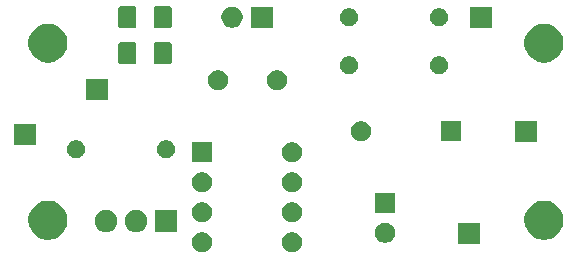
<source format=gbr>
%TF.GenerationSoftware,KiCad,Pcbnew,(5.1.5)-3*%
%TF.CreationDate,2020-04-15T21:14:40+02:00*%
%TF.ProjectId,NE555,4e453535-352e-46b6-9963-61645f706362,v1.1*%
%TF.SameCoordinates,Original*%
%TF.FileFunction,Soldermask,Top*%
%TF.FilePolarity,Negative*%
%FSLAX46Y46*%
G04 Gerber Fmt 4.6, Leading zero omitted, Abs format (unit mm)*
G04 Created by KiCad (PCBNEW (5.1.5)-3) date 2020-04-15 21:14:40*
%MOMM*%
%LPD*%
G04 APERTURE LIST*
%ADD10C,0.100000*%
G04 APERTURE END LIST*
D10*
G36*
X105912228Y-117037703D02*
G01*
X106067100Y-117101853D01*
X106206481Y-117194985D01*
X106325015Y-117313519D01*
X106418147Y-117452900D01*
X106482297Y-117607772D01*
X106515000Y-117772184D01*
X106515000Y-117939816D01*
X106482297Y-118104228D01*
X106418147Y-118259100D01*
X106325015Y-118398481D01*
X106206481Y-118517015D01*
X106067100Y-118610147D01*
X105912228Y-118674297D01*
X105747816Y-118707000D01*
X105580184Y-118707000D01*
X105415772Y-118674297D01*
X105260900Y-118610147D01*
X105121519Y-118517015D01*
X105002985Y-118398481D01*
X104909853Y-118259100D01*
X104845703Y-118104228D01*
X104813000Y-117939816D01*
X104813000Y-117772184D01*
X104845703Y-117607772D01*
X104909853Y-117452900D01*
X105002985Y-117313519D01*
X105121519Y-117194985D01*
X105260900Y-117101853D01*
X105415772Y-117037703D01*
X105580184Y-117005000D01*
X105747816Y-117005000D01*
X105912228Y-117037703D01*
G37*
G36*
X98292228Y-117037703D02*
G01*
X98447100Y-117101853D01*
X98586481Y-117194985D01*
X98705015Y-117313519D01*
X98798147Y-117452900D01*
X98862297Y-117607772D01*
X98895000Y-117772184D01*
X98895000Y-117939816D01*
X98862297Y-118104228D01*
X98798147Y-118259100D01*
X98705015Y-118398481D01*
X98586481Y-118517015D01*
X98447100Y-118610147D01*
X98292228Y-118674297D01*
X98127816Y-118707000D01*
X97960184Y-118707000D01*
X97795772Y-118674297D01*
X97640900Y-118610147D01*
X97501519Y-118517015D01*
X97382985Y-118398481D01*
X97289853Y-118259100D01*
X97225703Y-118104228D01*
X97193000Y-117939816D01*
X97193000Y-117772184D01*
X97225703Y-117607772D01*
X97289853Y-117452900D01*
X97382985Y-117313519D01*
X97501519Y-117194985D01*
X97640900Y-117101853D01*
X97795772Y-117037703D01*
X97960184Y-117005000D01*
X98127816Y-117005000D01*
X98292228Y-117037703D01*
G37*
G36*
X121551000Y-117995000D02*
G01*
X119749000Y-117995000D01*
X119749000Y-116193000D01*
X121551000Y-116193000D01*
X121551000Y-117995000D01*
G37*
G36*
X113786228Y-116235703D02*
G01*
X113941100Y-116299853D01*
X114080481Y-116392985D01*
X114199015Y-116511519D01*
X114292147Y-116650900D01*
X114356297Y-116805772D01*
X114389000Y-116970184D01*
X114389000Y-117137816D01*
X114356297Y-117302228D01*
X114292147Y-117457100D01*
X114199015Y-117596481D01*
X114080481Y-117715015D01*
X113941100Y-117808147D01*
X113786228Y-117872297D01*
X113621816Y-117905000D01*
X113454184Y-117905000D01*
X113289772Y-117872297D01*
X113134900Y-117808147D01*
X112995519Y-117715015D01*
X112876985Y-117596481D01*
X112783853Y-117457100D01*
X112719703Y-117302228D01*
X112687000Y-117137816D01*
X112687000Y-116970184D01*
X112719703Y-116805772D01*
X112783853Y-116650900D01*
X112876985Y-116511519D01*
X112995519Y-116392985D01*
X113134900Y-116299853D01*
X113289772Y-116235703D01*
X113454184Y-116203000D01*
X113621816Y-116203000D01*
X113786228Y-116235703D01*
G37*
G36*
X85375256Y-114391298D02*
G01*
X85481579Y-114412447D01*
X85782042Y-114536903D01*
X86052451Y-114717585D01*
X86282415Y-114947549D01*
X86463097Y-115217958D01*
X86463098Y-115217960D01*
X86499550Y-115305963D01*
X86587553Y-115518421D01*
X86596665Y-115564229D01*
X86651000Y-115837389D01*
X86651000Y-116162611D01*
X86623701Y-116299852D01*
X86587553Y-116481579D01*
X86463097Y-116782042D01*
X86282415Y-117052451D01*
X86052451Y-117282415D01*
X85782042Y-117463097D01*
X85481579Y-117587553D01*
X85379936Y-117607771D01*
X85162611Y-117651000D01*
X84837389Y-117651000D01*
X84620064Y-117607771D01*
X84518421Y-117587553D01*
X84217958Y-117463097D01*
X83947549Y-117282415D01*
X83717585Y-117052451D01*
X83536903Y-116782042D01*
X83412447Y-116481579D01*
X83376299Y-116299852D01*
X83349000Y-116162611D01*
X83349000Y-115837389D01*
X83403335Y-115564229D01*
X83412447Y-115518421D01*
X83500450Y-115305963D01*
X83536902Y-115217960D01*
X83536903Y-115217958D01*
X83717585Y-114947549D01*
X83947549Y-114717585D01*
X84217958Y-114536903D01*
X84518421Y-114412447D01*
X84624744Y-114391298D01*
X84837389Y-114349000D01*
X85162611Y-114349000D01*
X85375256Y-114391298D01*
G37*
G36*
X127375256Y-114391298D02*
G01*
X127481579Y-114412447D01*
X127782042Y-114536903D01*
X128052451Y-114717585D01*
X128282415Y-114947549D01*
X128463097Y-115217958D01*
X128463098Y-115217960D01*
X128499550Y-115305963D01*
X128587553Y-115518421D01*
X128596665Y-115564229D01*
X128651000Y-115837389D01*
X128651000Y-116162611D01*
X128623701Y-116299852D01*
X128587553Y-116481579D01*
X128463097Y-116782042D01*
X128282415Y-117052451D01*
X128052451Y-117282415D01*
X127782042Y-117463097D01*
X127481579Y-117587553D01*
X127379936Y-117607771D01*
X127162611Y-117651000D01*
X126837389Y-117651000D01*
X126620064Y-117607771D01*
X126518421Y-117587553D01*
X126217958Y-117463097D01*
X125947549Y-117282415D01*
X125717585Y-117052451D01*
X125536903Y-116782042D01*
X125412447Y-116481579D01*
X125376299Y-116299852D01*
X125349000Y-116162611D01*
X125349000Y-115837389D01*
X125403335Y-115564229D01*
X125412447Y-115518421D01*
X125500450Y-115305963D01*
X125536902Y-115217960D01*
X125536903Y-115217958D01*
X125717585Y-114947549D01*
X125947549Y-114717585D01*
X126217958Y-114536903D01*
X126518421Y-114412447D01*
X126624744Y-114391298D01*
X126837389Y-114349000D01*
X127162611Y-114349000D01*
X127375256Y-114391298D01*
G37*
G36*
X95947000Y-117029000D02*
G01*
X94045000Y-117029000D01*
X94045000Y-115127000D01*
X95947000Y-115127000D01*
X95947000Y-117029000D01*
G37*
G36*
X92733395Y-115163546D02*
G01*
X92906466Y-115235234D01*
X92906467Y-115235235D01*
X93062227Y-115339310D01*
X93194690Y-115471773D01*
X93194691Y-115471775D01*
X93298766Y-115627534D01*
X93370454Y-115800605D01*
X93407000Y-115984333D01*
X93407000Y-116171667D01*
X93370454Y-116355395D01*
X93298766Y-116528466D01*
X93298765Y-116528467D01*
X93194690Y-116684227D01*
X93062227Y-116816690D01*
X92983818Y-116869081D01*
X92906466Y-116920766D01*
X92733395Y-116992454D01*
X92549667Y-117029000D01*
X92362333Y-117029000D01*
X92178605Y-116992454D01*
X92005534Y-116920766D01*
X91928182Y-116869081D01*
X91849773Y-116816690D01*
X91717310Y-116684227D01*
X91613235Y-116528467D01*
X91613234Y-116528466D01*
X91541546Y-116355395D01*
X91505000Y-116171667D01*
X91505000Y-115984333D01*
X91541546Y-115800605D01*
X91613234Y-115627534D01*
X91717309Y-115471775D01*
X91717310Y-115471773D01*
X91849773Y-115339310D01*
X92005533Y-115235235D01*
X92005534Y-115235234D01*
X92178605Y-115163546D01*
X92362333Y-115127000D01*
X92549667Y-115127000D01*
X92733395Y-115163546D01*
G37*
G36*
X90193395Y-115163546D02*
G01*
X90366466Y-115235234D01*
X90366467Y-115235235D01*
X90522227Y-115339310D01*
X90654690Y-115471773D01*
X90654691Y-115471775D01*
X90758766Y-115627534D01*
X90830454Y-115800605D01*
X90867000Y-115984333D01*
X90867000Y-116171667D01*
X90830454Y-116355395D01*
X90758766Y-116528466D01*
X90758765Y-116528467D01*
X90654690Y-116684227D01*
X90522227Y-116816690D01*
X90443818Y-116869081D01*
X90366466Y-116920766D01*
X90193395Y-116992454D01*
X90009667Y-117029000D01*
X89822333Y-117029000D01*
X89638605Y-116992454D01*
X89465534Y-116920766D01*
X89388182Y-116869081D01*
X89309773Y-116816690D01*
X89177310Y-116684227D01*
X89073235Y-116528467D01*
X89073234Y-116528466D01*
X89001546Y-116355395D01*
X88965000Y-116171667D01*
X88965000Y-115984333D01*
X89001546Y-115800605D01*
X89073234Y-115627534D01*
X89177309Y-115471775D01*
X89177310Y-115471773D01*
X89309773Y-115339310D01*
X89465533Y-115235235D01*
X89465534Y-115235234D01*
X89638605Y-115163546D01*
X89822333Y-115127000D01*
X90009667Y-115127000D01*
X90193395Y-115163546D01*
G37*
G36*
X98292228Y-114497703D02*
G01*
X98447100Y-114561853D01*
X98586481Y-114654985D01*
X98705015Y-114773519D01*
X98798147Y-114912900D01*
X98862297Y-115067772D01*
X98895000Y-115232184D01*
X98895000Y-115399816D01*
X98862297Y-115564228D01*
X98798147Y-115719100D01*
X98705015Y-115858481D01*
X98586481Y-115977015D01*
X98447100Y-116070147D01*
X98292228Y-116134297D01*
X98127816Y-116167000D01*
X97960184Y-116167000D01*
X97795772Y-116134297D01*
X97640900Y-116070147D01*
X97501519Y-115977015D01*
X97382985Y-115858481D01*
X97289853Y-115719100D01*
X97225703Y-115564228D01*
X97193000Y-115399816D01*
X97193000Y-115232184D01*
X97225703Y-115067772D01*
X97289853Y-114912900D01*
X97382985Y-114773519D01*
X97501519Y-114654985D01*
X97640900Y-114561853D01*
X97795772Y-114497703D01*
X97960184Y-114465000D01*
X98127816Y-114465000D01*
X98292228Y-114497703D01*
G37*
G36*
X105912228Y-114497703D02*
G01*
X106067100Y-114561853D01*
X106206481Y-114654985D01*
X106325015Y-114773519D01*
X106418147Y-114912900D01*
X106482297Y-115067772D01*
X106515000Y-115232184D01*
X106515000Y-115399816D01*
X106482297Y-115564228D01*
X106418147Y-115719100D01*
X106325015Y-115858481D01*
X106206481Y-115977015D01*
X106067100Y-116070147D01*
X105912228Y-116134297D01*
X105747816Y-116167000D01*
X105580184Y-116167000D01*
X105415772Y-116134297D01*
X105260900Y-116070147D01*
X105121519Y-115977015D01*
X105002985Y-115858481D01*
X104909853Y-115719100D01*
X104845703Y-115564228D01*
X104813000Y-115399816D01*
X104813000Y-115232184D01*
X104845703Y-115067772D01*
X104909853Y-114912900D01*
X105002985Y-114773519D01*
X105121519Y-114654985D01*
X105260900Y-114561853D01*
X105415772Y-114497703D01*
X105580184Y-114465000D01*
X105747816Y-114465000D01*
X105912228Y-114497703D01*
G37*
G36*
X114389000Y-115405000D02*
G01*
X112687000Y-115405000D01*
X112687000Y-113703000D01*
X114389000Y-113703000D01*
X114389000Y-115405000D01*
G37*
G36*
X105912228Y-111957703D02*
G01*
X106067100Y-112021853D01*
X106206481Y-112114985D01*
X106325015Y-112233519D01*
X106418147Y-112372900D01*
X106482297Y-112527772D01*
X106515000Y-112692184D01*
X106515000Y-112859816D01*
X106482297Y-113024228D01*
X106418147Y-113179100D01*
X106325015Y-113318481D01*
X106206481Y-113437015D01*
X106067100Y-113530147D01*
X105912228Y-113594297D01*
X105747816Y-113627000D01*
X105580184Y-113627000D01*
X105415772Y-113594297D01*
X105260900Y-113530147D01*
X105121519Y-113437015D01*
X105002985Y-113318481D01*
X104909853Y-113179100D01*
X104845703Y-113024228D01*
X104813000Y-112859816D01*
X104813000Y-112692184D01*
X104845703Y-112527772D01*
X104909853Y-112372900D01*
X105002985Y-112233519D01*
X105121519Y-112114985D01*
X105260900Y-112021853D01*
X105415772Y-111957703D01*
X105580184Y-111925000D01*
X105747816Y-111925000D01*
X105912228Y-111957703D01*
G37*
G36*
X98292228Y-111957703D02*
G01*
X98447100Y-112021853D01*
X98586481Y-112114985D01*
X98705015Y-112233519D01*
X98798147Y-112372900D01*
X98862297Y-112527772D01*
X98895000Y-112692184D01*
X98895000Y-112859816D01*
X98862297Y-113024228D01*
X98798147Y-113179100D01*
X98705015Y-113318481D01*
X98586481Y-113437015D01*
X98447100Y-113530147D01*
X98292228Y-113594297D01*
X98127816Y-113627000D01*
X97960184Y-113627000D01*
X97795772Y-113594297D01*
X97640900Y-113530147D01*
X97501519Y-113437015D01*
X97382985Y-113318481D01*
X97289853Y-113179100D01*
X97225703Y-113024228D01*
X97193000Y-112859816D01*
X97193000Y-112692184D01*
X97225703Y-112527772D01*
X97289853Y-112372900D01*
X97382985Y-112233519D01*
X97501519Y-112114985D01*
X97640900Y-112021853D01*
X97795772Y-111957703D01*
X97960184Y-111925000D01*
X98127816Y-111925000D01*
X98292228Y-111957703D01*
G37*
G36*
X98895000Y-111087000D02*
G01*
X97193000Y-111087000D01*
X97193000Y-109385000D01*
X98895000Y-109385000D01*
X98895000Y-111087000D01*
G37*
G36*
X105912228Y-109417703D02*
G01*
X106067100Y-109481853D01*
X106206481Y-109574985D01*
X106325015Y-109693519D01*
X106418147Y-109832900D01*
X106482297Y-109987772D01*
X106515000Y-110152184D01*
X106515000Y-110319816D01*
X106482297Y-110484228D01*
X106418147Y-110639100D01*
X106325015Y-110778481D01*
X106206481Y-110897015D01*
X106067100Y-110990147D01*
X105912228Y-111054297D01*
X105747816Y-111087000D01*
X105580184Y-111087000D01*
X105415772Y-111054297D01*
X105260900Y-110990147D01*
X105121519Y-110897015D01*
X105002985Y-110778481D01*
X104909853Y-110639100D01*
X104845703Y-110484228D01*
X104813000Y-110319816D01*
X104813000Y-110152184D01*
X104845703Y-109987772D01*
X104909853Y-109832900D01*
X105002985Y-109693519D01*
X105121519Y-109574985D01*
X105260900Y-109481853D01*
X105415772Y-109417703D01*
X105580184Y-109385000D01*
X105747816Y-109385000D01*
X105912228Y-109417703D01*
G37*
G36*
X95215059Y-109259860D02*
G01*
X95254737Y-109276295D01*
X95351732Y-109316472D01*
X95474735Y-109398660D01*
X95579340Y-109503265D01*
X95661528Y-109626268D01*
X95661529Y-109626270D01*
X95718140Y-109762941D01*
X95747000Y-109908032D01*
X95747000Y-110055968D01*
X95718140Y-110201059D01*
X95668950Y-110319815D01*
X95661528Y-110337732D01*
X95579340Y-110460735D01*
X95474735Y-110565340D01*
X95351732Y-110647528D01*
X95351731Y-110647529D01*
X95351730Y-110647529D01*
X95215059Y-110704140D01*
X95069968Y-110733000D01*
X94922032Y-110733000D01*
X94776941Y-110704140D01*
X94640270Y-110647529D01*
X94640269Y-110647529D01*
X94640268Y-110647528D01*
X94517265Y-110565340D01*
X94412660Y-110460735D01*
X94330472Y-110337732D01*
X94323051Y-110319815D01*
X94273860Y-110201059D01*
X94245000Y-110055968D01*
X94245000Y-109908032D01*
X94273860Y-109762941D01*
X94330471Y-109626270D01*
X94330472Y-109626268D01*
X94412660Y-109503265D01*
X94517265Y-109398660D01*
X94640268Y-109316472D01*
X94737264Y-109276295D01*
X94776941Y-109259860D01*
X94922032Y-109231000D01*
X95069968Y-109231000D01*
X95215059Y-109259860D01*
G37*
G36*
X87595059Y-109259860D02*
G01*
X87634737Y-109276295D01*
X87731732Y-109316472D01*
X87854735Y-109398660D01*
X87959340Y-109503265D01*
X88041528Y-109626268D01*
X88041529Y-109626270D01*
X88098140Y-109762941D01*
X88127000Y-109908032D01*
X88127000Y-110055968D01*
X88098140Y-110201059D01*
X88048950Y-110319815D01*
X88041528Y-110337732D01*
X87959340Y-110460735D01*
X87854735Y-110565340D01*
X87731732Y-110647528D01*
X87731731Y-110647529D01*
X87731730Y-110647529D01*
X87595059Y-110704140D01*
X87449968Y-110733000D01*
X87302032Y-110733000D01*
X87156941Y-110704140D01*
X87020270Y-110647529D01*
X87020269Y-110647529D01*
X87020268Y-110647528D01*
X86897265Y-110565340D01*
X86792660Y-110460735D01*
X86710472Y-110337732D01*
X86703051Y-110319815D01*
X86653860Y-110201059D01*
X86625000Y-110055968D01*
X86625000Y-109908032D01*
X86653860Y-109762941D01*
X86710471Y-109626270D01*
X86710472Y-109626268D01*
X86792660Y-109503265D01*
X86897265Y-109398660D01*
X87020268Y-109316472D01*
X87117264Y-109276295D01*
X87156941Y-109259860D01*
X87302032Y-109231000D01*
X87449968Y-109231000D01*
X87595059Y-109259860D01*
G37*
G36*
X83959000Y-109613000D02*
G01*
X82157000Y-109613000D01*
X82157000Y-107811000D01*
X83959000Y-107811000D01*
X83959000Y-109613000D01*
G37*
G36*
X126377000Y-109359000D02*
G01*
X124575000Y-109359000D01*
X124575000Y-107557000D01*
X126377000Y-107557000D01*
X126377000Y-109359000D01*
G37*
G36*
X119977000Y-109309000D02*
G01*
X118275000Y-109309000D01*
X118275000Y-107607000D01*
X119977000Y-107607000D01*
X119977000Y-109309000D01*
G37*
G36*
X111754228Y-107639703D02*
G01*
X111909100Y-107703853D01*
X112048481Y-107796985D01*
X112167015Y-107915519D01*
X112260147Y-108054900D01*
X112324297Y-108209772D01*
X112357000Y-108374184D01*
X112357000Y-108541816D01*
X112324297Y-108706228D01*
X112260147Y-108861100D01*
X112167015Y-109000481D01*
X112048481Y-109119015D01*
X111909100Y-109212147D01*
X111754228Y-109276297D01*
X111589816Y-109309000D01*
X111422184Y-109309000D01*
X111257772Y-109276297D01*
X111102900Y-109212147D01*
X110963519Y-109119015D01*
X110844985Y-109000481D01*
X110751853Y-108861100D01*
X110687703Y-108706228D01*
X110655000Y-108541816D01*
X110655000Y-108374184D01*
X110687703Y-108209772D01*
X110751853Y-108054900D01*
X110844985Y-107915519D01*
X110963519Y-107796985D01*
X111102900Y-107703853D01*
X111257772Y-107639703D01*
X111422184Y-107607000D01*
X111589816Y-107607000D01*
X111754228Y-107639703D01*
G37*
G36*
X90055000Y-105803000D02*
G01*
X88253000Y-105803000D01*
X88253000Y-104001000D01*
X90055000Y-104001000D01*
X90055000Y-105803000D01*
G37*
G36*
X104642228Y-103321703D02*
G01*
X104797100Y-103385853D01*
X104936481Y-103478985D01*
X105055015Y-103597519D01*
X105148147Y-103736900D01*
X105212297Y-103891772D01*
X105245000Y-104056184D01*
X105245000Y-104223816D01*
X105212297Y-104388228D01*
X105148147Y-104543100D01*
X105055015Y-104682481D01*
X104936481Y-104801015D01*
X104797100Y-104894147D01*
X104642228Y-104958297D01*
X104477816Y-104991000D01*
X104310184Y-104991000D01*
X104145772Y-104958297D01*
X103990900Y-104894147D01*
X103851519Y-104801015D01*
X103732985Y-104682481D01*
X103639853Y-104543100D01*
X103575703Y-104388228D01*
X103543000Y-104223816D01*
X103543000Y-104056184D01*
X103575703Y-103891772D01*
X103639853Y-103736900D01*
X103732985Y-103597519D01*
X103851519Y-103478985D01*
X103990900Y-103385853D01*
X104145772Y-103321703D01*
X104310184Y-103289000D01*
X104477816Y-103289000D01*
X104642228Y-103321703D01*
G37*
G36*
X99642228Y-103321703D02*
G01*
X99797100Y-103385853D01*
X99936481Y-103478985D01*
X100055015Y-103597519D01*
X100148147Y-103736900D01*
X100212297Y-103891772D01*
X100245000Y-104056184D01*
X100245000Y-104223816D01*
X100212297Y-104388228D01*
X100148147Y-104543100D01*
X100055015Y-104682481D01*
X99936481Y-104801015D01*
X99797100Y-104894147D01*
X99642228Y-104958297D01*
X99477816Y-104991000D01*
X99310184Y-104991000D01*
X99145772Y-104958297D01*
X98990900Y-104894147D01*
X98851519Y-104801015D01*
X98732985Y-104682481D01*
X98639853Y-104543100D01*
X98575703Y-104388228D01*
X98543000Y-104223816D01*
X98543000Y-104056184D01*
X98575703Y-103891772D01*
X98639853Y-103736900D01*
X98732985Y-103597519D01*
X98851519Y-103478985D01*
X98990900Y-103385853D01*
X99145772Y-103321703D01*
X99310184Y-103289000D01*
X99477816Y-103289000D01*
X99642228Y-103321703D01*
G37*
G36*
X110709059Y-102147860D02*
G01*
X110845732Y-102204472D01*
X110968735Y-102286660D01*
X111073340Y-102391265D01*
X111155528Y-102514268D01*
X111155529Y-102514270D01*
X111212140Y-102650941D01*
X111221235Y-102696663D01*
X111241000Y-102796033D01*
X111241000Y-102943967D01*
X111212140Y-103089059D01*
X111155528Y-103225732D01*
X111073340Y-103348735D01*
X110968735Y-103453340D01*
X110845732Y-103535528D01*
X110845731Y-103535529D01*
X110845730Y-103535529D01*
X110709059Y-103592140D01*
X110563968Y-103621000D01*
X110416032Y-103621000D01*
X110270941Y-103592140D01*
X110134270Y-103535529D01*
X110134269Y-103535529D01*
X110134268Y-103535528D01*
X110011265Y-103453340D01*
X109906660Y-103348735D01*
X109824472Y-103225732D01*
X109767860Y-103089059D01*
X109739000Y-102943967D01*
X109739000Y-102796033D01*
X109758766Y-102696663D01*
X109767860Y-102650941D01*
X109824471Y-102514270D01*
X109824472Y-102514268D01*
X109906660Y-102391265D01*
X110011265Y-102286660D01*
X110134268Y-102204472D01*
X110270941Y-102147860D01*
X110416032Y-102119000D01*
X110563968Y-102119000D01*
X110709059Y-102147860D01*
G37*
G36*
X118329059Y-102147860D02*
G01*
X118465732Y-102204472D01*
X118588735Y-102286660D01*
X118693340Y-102391265D01*
X118775528Y-102514268D01*
X118775529Y-102514270D01*
X118832140Y-102650941D01*
X118841235Y-102696663D01*
X118861000Y-102796033D01*
X118861000Y-102943967D01*
X118832140Y-103089059D01*
X118775528Y-103225732D01*
X118693340Y-103348735D01*
X118588735Y-103453340D01*
X118465732Y-103535528D01*
X118465731Y-103535529D01*
X118465730Y-103535529D01*
X118329059Y-103592140D01*
X118183968Y-103621000D01*
X118036032Y-103621000D01*
X117890941Y-103592140D01*
X117754270Y-103535529D01*
X117754269Y-103535529D01*
X117754268Y-103535528D01*
X117631265Y-103453340D01*
X117526660Y-103348735D01*
X117444472Y-103225732D01*
X117387860Y-103089059D01*
X117359000Y-102943967D01*
X117359000Y-102796033D01*
X117378766Y-102696663D01*
X117387860Y-102650941D01*
X117444471Y-102514270D01*
X117444472Y-102514268D01*
X117526660Y-102391265D01*
X117631265Y-102286660D01*
X117754268Y-102204472D01*
X117890941Y-102147860D01*
X118036032Y-102119000D01*
X118183968Y-102119000D01*
X118329059Y-102147860D01*
G37*
G36*
X95318562Y-100932181D02*
G01*
X95353481Y-100942774D01*
X95385663Y-100959976D01*
X95413873Y-100983127D01*
X95437024Y-101011337D01*
X95454226Y-101043519D01*
X95464819Y-101078438D01*
X95469000Y-101120895D01*
X95469000Y-102587105D01*
X95464819Y-102629562D01*
X95454226Y-102664481D01*
X95437024Y-102696663D01*
X95413873Y-102724873D01*
X95385663Y-102748024D01*
X95353481Y-102765226D01*
X95318562Y-102775819D01*
X95276105Y-102780000D01*
X94134895Y-102780000D01*
X94092438Y-102775819D01*
X94057519Y-102765226D01*
X94025337Y-102748024D01*
X93997127Y-102724873D01*
X93973976Y-102696663D01*
X93956774Y-102664481D01*
X93946181Y-102629562D01*
X93942000Y-102587105D01*
X93942000Y-101120895D01*
X93946181Y-101078438D01*
X93956774Y-101043519D01*
X93973976Y-101011337D01*
X93997127Y-100983127D01*
X94025337Y-100959976D01*
X94057519Y-100942774D01*
X94092438Y-100932181D01*
X94134895Y-100928000D01*
X95276105Y-100928000D01*
X95318562Y-100932181D01*
G37*
G36*
X92343562Y-100932181D02*
G01*
X92378481Y-100942774D01*
X92410663Y-100959976D01*
X92438873Y-100983127D01*
X92462024Y-101011337D01*
X92479226Y-101043519D01*
X92489819Y-101078438D01*
X92494000Y-101120895D01*
X92494000Y-102587105D01*
X92489819Y-102629562D01*
X92479226Y-102664481D01*
X92462024Y-102696663D01*
X92438873Y-102724873D01*
X92410663Y-102748024D01*
X92378481Y-102765226D01*
X92343562Y-102775819D01*
X92301105Y-102780000D01*
X91159895Y-102780000D01*
X91117438Y-102775819D01*
X91082519Y-102765226D01*
X91050337Y-102748024D01*
X91022127Y-102724873D01*
X90998976Y-102696663D01*
X90981774Y-102664481D01*
X90971181Y-102629562D01*
X90967000Y-102587105D01*
X90967000Y-101120895D01*
X90971181Y-101078438D01*
X90981774Y-101043519D01*
X90998976Y-101011337D01*
X91022127Y-100983127D01*
X91050337Y-100959976D01*
X91082519Y-100942774D01*
X91117438Y-100932181D01*
X91159895Y-100928000D01*
X92301105Y-100928000D01*
X92343562Y-100932181D01*
G37*
G36*
X85365412Y-99389340D02*
G01*
X85481579Y-99412447D01*
X85606292Y-99464105D01*
X85760887Y-99528140D01*
X85782042Y-99536903D01*
X86052451Y-99717585D01*
X86282415Y-99947549D01*
X86463097Y-100217958D01*
X86587553Y-100518421D01*
X86651000Y-100837391D01*
X86651000Y-101162609D01*
X86587553Y-101481579D01*
X86463097Y-101782042D01*
X86282415Y-102052451D01*
X86052451Y-102282415D01*
X85782042Y-102463097D01*
X85481579Y-102587553D01*
X85375256Y-102608702D01*
X85162611Y-102651000D01*
X84837389Y-102651000D01*
X84624744Y-102608702D01*
X84518421Y-102587553D01*
X84217958Y-102463097D01*
X83947549Y-102282415D01*
X83717585Y-102052451D01*
X83536903Y-101782042D01*
X83412447Y-101481579D01*
X83349000Y-101162609D01*
X83349000Y-100837391D01*
X83412447Y-100518421D01*
X83536903Y-100217958D01*
X83717585Y-99947549D01*
X83947549Y-99717585D01*
X84217958Y-99536903D01*
X84239114Y-99528140D01*
X84393708Y-99464105D01*
X84518421Y-99412447D01*
X84634588Y-99389340D01*
X84837389Y-99349000D01*
X85162611Y-99349000D01*
X85365412Y-99389340D01*
G37*
G36*
X127365412Y-99389340D02*
G01*
X127481579Y-99412447D01*
X127606292Y-99464105D01*
X127760887Y-99528140D01*
X127782042Y-99536903D01*
X128052451Y-99717585D01*
X128282415Y-99947549D01*
X128463097Y-100217958D01*
X128587553Y-100518421D01*
X128651000Y-100837391D01*
X128651000Y-101162609D01*
X128587553Y-101481579D01*
X128463097Y-101782042D01*
X128282415Y-102052451D01*
X128052451Y-102282415D01*
X127782042Y-102463097D01*
X127481579Y-102587553D01*
X127375256Y-102608702D01*
X127162611Y-102651000D01*
X126837389Y-102651000D01*
X126624744Y-102608702D01*
X126518421Y-102587553D01*
X126217958Y-102463097D01*
X125947549Y-102282415D01*
X125717585Y-102052451D01*
X125536903Y-101782042D01*
X125412447Y-101481579D01*
X125349000Y-101162609D01*
X125349000Y-100837391D01*
X125412447Y-100518421D01*
X125536903Y-100217958D01*
X125717585Y-99947549D01*
X125947549Y-99717585D01*
X126217958Y-99536903D01*
X126239114Y-99528140D01*
X126393708Y-99464105D01*
X126518421Y-99412447D01*
X126634588Y-99389340D01*
X126837389Y-99349000D01*
X127162611Y-99349000D01*
X127365412Y-99389340D01*
G37*
G36*
X95318562Y-97884181D02*
G01*
X95353481Y-97894774D01*
X95385663Y-97911976D01*
X95413873Y-97935127D01*
X95437024Y-97963337D01*
X95454226Y-97995519D01*
X95464819Y-98030438D01*
X95469000Y-98072895D01*
X95469000Y-99539105D01*
X95464819Y-99581562D01*
X95454226Y-99616481D01*
X95437024Y-99648663D01*
X95413873Y-99676873D01*
X95385663Y-99700024D01*
X95353481Y-99717226D01*
X95318562Y-99727819D01*
X95276105Y-99732000D01*
X94134895Y-99732000D01*
X94092438Y-99727819D01*
X94057519Y-99717226D01*
X94025337Y-99700024D01*
X93997127Y-99676873D01*
X93973976Y-99648663D01*
X93956774Y-99616481D01*
X93946181Y-99581562D01*
X93942000Y-99539105D01*
X93942000Y-98072895D01*
X93946181Y-98030438D01*
X93956774Y-97995519D01*
X93973976Y-97963337D01*
X93997127Y-97935127D01*
X94025337Y-97911976D01*
X94057519Y-97894774D01*
X94092438Y-97884181D01*
X94134895Y-97880000D01*
X95276105Y-97880000D01*
X95318562Y-97884181D01*
G37*
G36*
X92343562Y-97884181D02*
G01*
X92378481Y-97894774D01*
X92410663Y-97911976D01*
X92438873Y-97935127D01*
X92462024Y-97963337D01*
X92479226Y-97995519D01*
X92489819Y-98030438D01*
X92494000Y-98072895D01*
X92494000Y-99539105D01*
X92489819Y-99581562D01*
X92479226Y-99616481D01*
X92462024Y-99648663D01*
X92438873Y-99676873D01*
X92410663Y-99700024D01*
X92378481Y-99717226D01*
X92343562Y-99727819D01*
X92301105Y-99732000D01*
X91159895Y-99732000D01*
X91117438Y-99727819D01*
X91082519Y-99717226D01*
X91050337Y-99700024D01*
X91022127Y-99676873D01*
X90998976Y-99648663D01*
X90981774Y-99616481D01*
X90971181Y-99581562D01*
X90967000Y-99539105D01*
X90967000Y-98072895D01*
X90971181Y-98030438D01*
X90981774Y-97995519D01*
X90998976Y-97963337D01*
X91022127Y-97935127D01*
X91050337Y-97911976D01*
X91082519Y-97894774D01*
X91117438Y-97884181D01*
X91159895Y-97880000D01*
X92301105Y-97880000D01*
X92343562Y-97884181D01*
G37*
G36*
X122567000Y-99707000D02*
G01*
X120765000Y-99707000D01*
X120765000Y-97905000D01*
X122567000Y-97905000D01*
X122567000Y-99707000D01*
G37*
G36*
X100697512Y-97909927D02*
G01*
X100846812Y-97939624D01*
X101010784Y-98007544D01*
X101158354Y-98106147D01*
X101283853Y-98231646D01*
X101382456Y-98379216D01*
X101450376Y-98543188D01*
X101485000Y-98717259D01*
X101485000Y-98894741D01*
X101450376Y-99068812D01*
X101382456Y-99232784D01*
X101283853Y-99380354D01*
X101158354Y-99505853D01*
X101010784Y-99604456D01*
X100846812Y-99672376D01*
X100697512Y-99702073D01*
X100672742Y-99707000D01*
X100495258Y-99707000D01*
X100470488Y-99702073D01*
X100321188Y-99672376D01*
X100157216Y-99604456D01*
X100009646Y-99505853D01*
X99884147Y-99380354D01*
X99785544Y-99232784D01*
X99717624Y-99068812D01*
X99683000Y-98894741D01*
X99683000Y-98717259D01*
X99717624Y-98543188D01*
X99785544Y-98379216D01*
X99884147Y-98231646D01*
X100009646Y-98106147D01*
X100157216Y-98007544D01*
X100321188Y-97939624D01*
X100470488Y-97909927D01*
X100495258Y-97905000D01*
X100672742Y-97905000D01*
X100697512Y-97909927D01*
G37*
G36*
X104025000Y-99707000D02*
G01*
X102223000Y-99707000D01*
X102223000Y-97905000D01*
X104025000Y-97905000D01*
X104025000Y-99707000D01*
G37*
G36*
X118329059Y-98083860D02*
G01*
X118382865Y-98106147D01*
X118465732Y-98140472D01*
X118588735Y-98222660D01*
X118693340Y-98327265D01*
X118728054Y-98379218D01*
X118775529Y-98450270D01*
X118832140Y-98586941D01*
X118861000Y-98732032D01*
X118861000Y-98879968D01*
X118858061Y-98894742D01*
X118832140Y-99025059D01*
X118775528Y-99161732D01*
X118693340Y-99284735D01*
X118588735Y-99389340D01*
X118465732Y-99471528D01*
X118465731Y-99471529D01*
X118465730Y-99471529D01*
X118329059Y-99528140D01*
X118183968Y-99557000D01*
X118036032Y-99557000D01*
X117890941Y-99528140D01*
X117754270Y-99471529D01*
X117754269Y-99471529D01*
X117754268Y-99471528D01*
X117631265Y-99389340D01*
X117526660Y-99284735D01*
X117444472Y-99161732D01*
X117387860Y-99025059D01*
X117361939Y-98894742D01*
X117359000Y-98879968D01*
X117359000Y-98732032D01*
X117387860Y-98586941D01*
X117444471Y-98450270D01*
X117491946Y-98379218D01*
X117526660Y-98327265D01*
X117631265Y-98222660D01*
X117754268Y-98140472D01*
X117837136Y-98106147D01*
X117890941Y-98083860D01*
X118036032Y-98055000D01*
X118183968Y-98055000D01*
X118329059Y-98083860D01*
G37*
G36*
X110709059Y-98083860D02*
G01*
X110762865Y-98106147D01*
X110845732Y-98140472D01*
X110968735Y-98222660D01*
X111073340Y-98327265D01*
X111108054Y-98379218D01*
X111155529Y-98450270D01*
X111212140Y-98586941D01*
X111241000Y-98732032D01*
X111241000Y-98879968D01*
X111238061Y-98894742D01*
X111212140Y-99025059D01*
X111155528Y-99161732D01*
X111073340Y-99284735D01*
X110968735Y-99389340D01*
X110845732Y-99471528D01*
X110845731Y-99471529D01*
X110845730Y-99471529D01*
X110709059Y-99528140D01*
X110563968Y-99557000D01*
X110416032Y-99557000D01*
X110270941Y-99528140D01*
X110134270Y-99471529D01*
X110134269Y-99471529D01*
X110134268Y-99471528D01*
X110011265Y-99389340D01*
X109906660Y-99284735D01*
X109824472Y-99161732D01*
X109767860Y-99025059D01*
X109741939Y-98894742D01*
X109739000Y-98879968D01*
X109739000Y-98732032D01*
X109767860Y-98586941D01*
X109824471Y-98450270D01*
X109871946Y-98379218D01*
X109906660Y-98327265D01*
X110011265Y-98222660D01*
X110134268Y-98140472D01*
X110217136Y-98106147D01*
X110270941Y-98083860D01*
X110416032Y-98055000D01*
X110563968Y-98055000D01*
X110709059Y-98083860D01*
G37*
M02*

</source>
